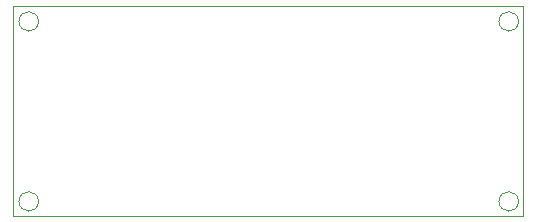
<source format=gbr>
%TF.GenerationSoftware,KiCad,Pcbnew,7.0.8*%
%TF.CreationDate,2023-11-26T17:58:30+01:00*%
%TF.ProjectId,LvL_shifter_shield,4c764c5f-7368-4696-9674-65725f736869,rev?*%
%TF.SameCoordinates,Original*%
%TF.FileFunction,Profile,NP*%
%FSLAX46Y46*%
G04 Gerber Fmt 4.6, Leading zero omitted, Abs format (unit mm)*
G04 Created by KiCad (PCBNEW 7.0.8) date 2023-11-26 17:58:30*
%MOMM*%
%LPD*%
G01*
G04 APERTURE LIST*
%TA.AperFunction,Profile*%
%ADD10C,0.100000*%
%TD*%
G04 APERTURE END LIST*
D10*
X102205000Y-76810000D02*
X145385000Y-76810000D01*
X145385000Y-94590000D01*
X102205000Y-94590000D01*
X102205000Y-76810000D01*
X144970000Y-93345000D02*
G75*
G03*
X144970000Y-93345000I-825000J0D01*
G01*
X104330000Y-78105000D02*
G75*
G03*
X104330000Y-78105000I-825000J0D01*
G01*
X144970000Y-78105000D02*
G75*
G03*
X144970000Y-78105000I-825000J0D01*
G01*
X104330000Y-93345000D02*
G75*
G03*
X104330000Y-93345000I-825000J0D01*
G01*
M02*

</source>
